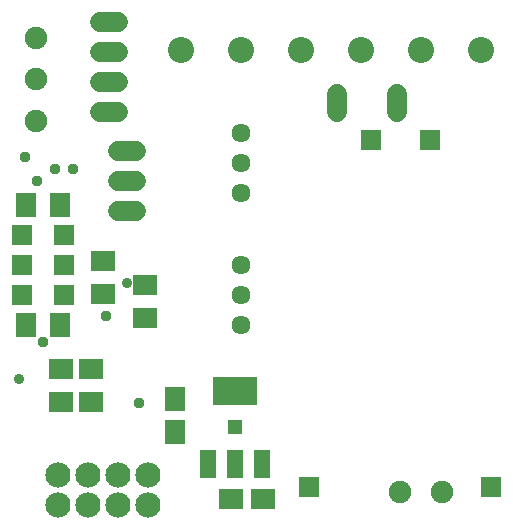
<source format=gbr>
G04 EAGLE Gerber RS-274X export*
G75*
%MOMM*%
%FSLAX34Y34*%
%LPD*%
%INSoldermask Top*%
%IPPOS*%
%AMOC8*
5,1,8,0,0,1.08239X$1,22.5*%
G01*
%ADD10R,1.703200X2.153200*%
%ADD11R,2.153200X1.703200*%
%ADD12R,2.006200X1.803200*%
%ADD13R,1.422400X2.438400*%
%ADD14R,3.803200X2.403200*%
%ADD15C,1.611200*%
%ADD16C,2.133600*%
%ADD17C,2.203200*%
%ADD18R,1.727200X1.727200*%
%ADD19C,1.727200*%
%ADD20C,1.903200*%
%ADD21R,1.703200X1.703200*%
%ADD22R,1.803200X2.006200*%
%ADD23C,0.959600*%
%ADD24R,1.209600X1.209600*%
%ADD25C,0.914400*%


D10*
X147320Y87850D03*
X147320Y115350D03*
D11*
X222030Y30480D03*
X194530Y30480D03*
D12*
X76200Y112780D03*
X76200Y141220D03*
D13*
X175006Y60452D03*
X198120Y60452D03*
X221234Y60452D03*
D14*
X198120Y122430D03*
D15*
X203200Y314960D03*
X203200Y340360D03*
X203200Y289560D03*
D16*
X48260Y25860D03*
X73660Y25860D03*
X99060Y25860D03*
X124460Y25860D03*
X124460Y51260D03*
X99060Y51260D03*
X73660Y51260D03*
X48260Y51260D03*
D17*
X406611Y411230D03*
X355811Y411230D03*
X305011Y411230D03*
X254211Y411230D03*
X203411Y411230D03*
X152611Y411230D03*
D18*
X363000Y334920D03*
X313000Y334920D03*
X415000Y40920D03*
X261000Y40920D03*
D12*
X50800Y141220D03*
X50800Y112780D03*
D15*
X203200Y203200D03*
X203200Y228600D03*
X203200Y177800D03*
D19*
X114300Y274320D02*
X99060Y274320D01*
X99060Y299720D02*
X114300Y299720D01*
X114300Y325120D02*
X99060Y325120D01*
D12*
X121920Y212340D03*
X121920Y183900D03*
D20*
X373100Y36560D03*
X338100Y36560D03*
D21*
X18060Y254000D03*
X53060Y254000D03*
X53060Y228600D03*
X18060Y228600D03*
X53060Y203200D03*
X18060Y203200D03*
D12*
X86360Y232660D03*
X86360Y204220D03*
D22*
X21340Y279400D03*
X49780Y279400D03*
X49780Y177800D03*
X21340Y177800D03*
D19*
X284480Y358140D02*
X284480Y373380D01*
X335280Y373380D02*
X335280Y358140D01*
D20*
X29480Y421080D03*
X29480Y386080D03*
X29480Y351080D03*
D19*
X83820Y358140D02*
X99060Y358140D01*
X99060Y383540D02*
X83820Y383540D01*
X83820Y408940D02*
X99060Y408940D01*
X99060Y434340D02*
X83820Y434340D01*
D23*
X116840Y111760D03*
D24*
X198120Y91440D03*
D23*
X35560Y163580D03*
D25*
X15240Y132080D03*
X106680Y213360D03*
D23*
X89150Y185670D03*
X60960Y309880D03*
X45720Y309880D03*
X30480Y299720D03*
X20320Y320040D03*
M02*

</source>
